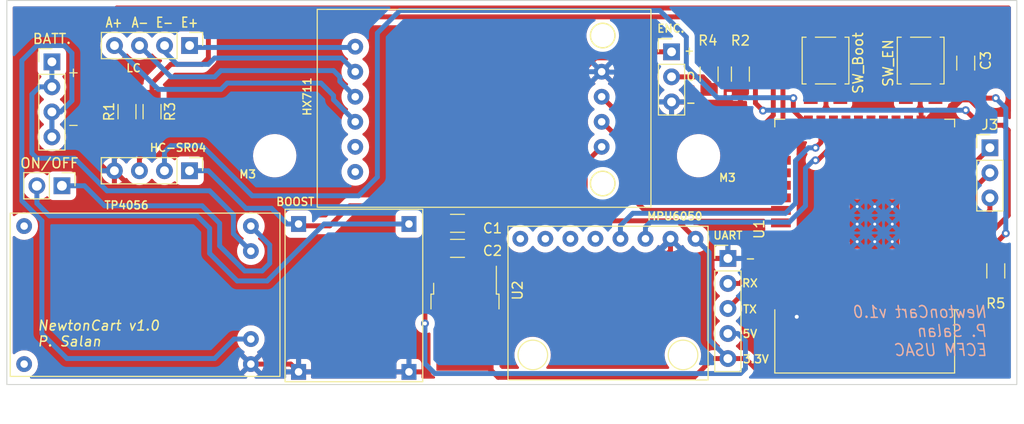
<source format=kicad_pcb>
(kicad_pcb (version 20211014) (generator pcbnew)
  (layers (0 "F.Cu" signal) (31 "B.Cu" signal) (34 "B.Paste" user) (35 "F.Paste" user) (36 "B.SilkS" user "B.Silkscreen") (37 "F.SilkS" user "F.Silkscreen") (38 "B.Mask" user) (39 "F.Mask" user) (44 "Edge.Cuts" user))
  (net 0 "")
  (net 1 "4056OUT-")
  (net 2 "US_ECHO")
  (net 3 "VEL_PULSE")
  (net 4 "Net-(J8-Pad3)")
  (net 5 "Net-(J9-Pad2)")
  (net 6 "3.3Reg")
  (net 9 "Net-(C3-Pad1)")
  (net 18 "MPU_SCL")
  (net 19 "MPU_SDA")
  (net 21 "US_TRIGGER")
  (net 22 "Net-(SW2-Pad2)")
  (net 26 "LC_SCK")
  (net 27 "LC_DT")
  (net 30 "Net-(J3-Pad3)")
  (net 31 "Net-(J4-Pad3)")
  (net 34 "Boost5V")
  (net 35 "LC_E+")
  (net 36 "LC_E-")
  (net 37 "LC_A+")
  (net 38 "LC_A-")
  (net 39 "4056OUT+")
  (net 40 "USB+")
  (net 41 "Battery(+)")
  (net 42 "Net-(J3-Pad1)")
  (net 43 "Net-(J3-Pad2)")
  (net 44 "Net-(J4-Pad2)")
  (net 45 "Battery(-)")
  (net 48 "Net-(J11-Pad2)")
  (net 49 "USB-")
  (footprint "Button_Switch_SMD:SW_SPST_TL3305B" (layer "F.Cu") (at 135.636 127.254 -90)
    (fp_text reference "SW_Boot" (at 0.254 -3.302 90) (layer "F.SilkS"))
    (fp_text value "SW_BOOT")
    (pad "1" smd rect (at -3.6 -1.5 270) (size 1.6 1.4) (layers "F.Cu" "F.Paste" "F.Mask") (net 1 "4056OUT-"))
    (pad "1" smd rect (at 3.6 -1.5 270) (size 1.6 1.4) (layers "F.Cu" "F.Paste" "F.Mask") (net 1 "4056OUT-"))
    (pad "2" smd rect (at -3.6 1.5 270) (size 1.6 1.4) (layers "F.Cu" "F.Paste" "F.Mask") (net 22 "Net-(SW2-Pad2)"))
    (pad "2" smd rect (at 3.6 1.5 270) (size 1.6 1.4) (layers "F.Cu" "F.Paste" "F.Mask") (net 22 "Net-(SW2-Pad2)"))
  )
  (footprint "Connector_PinHeader_2.54mm:PinHeader_1x04_P2.54mm_Vertical" (layer "F.Cu") (at 71.12 125.73 -90)
    (fp_text reference "LC" (at 2.286 5.6896 180) (layer "F.SilkS") (effects (font (size 0.8 0.8))))
    (fp_text value "LOADCELL")
    (pad "1" thru_hole rect (at 0 0 270) (size 1.7 1.7) (drill 0.9) (layers *.Cu *.Mask) (net 35 "LC_E+"))
    (pad "2" thru_hole oval (at 0 2.54 270) (size 1.7 1.7) (drill 0.9) (layers *.Cu *.Mask) (net 36 "LC_E-"))
    (pad "3" thru_hole oval (at 0 5.08 270) (size 1.7 1.7) (drill 0.9) (layers *.Cu *.Mask) (net 37 "LC_A+"))
    (pad "4" thru_hole oval (at 0 7.62 270) (size 1.7 1.7) (drill 0.9) (layers *.Cu *.Mask) (net 38 "LC_A-"))
  )
  (footprint "Connector_PinHeader_2.54mm:PinHeader_1x02_P2.54mm_Vertical" (layer "F.Cu") (at 58.166 139.954 -90)
    (fp_text reference "ON/OFF" (at -2.286 1.27 180) (layer "F.SilkS"))
    (fp_text value "ON/OFF-Switch")
    (pad "1" thru_hole rect (at 0 0 270) (size 1.7 1.7) (drill 1) (layers *.Cu *.Mask) (net 39 "4056OUT+"))
    (pad "2" thru_hole oval (at 0 2.54 270) (size 1.7 1.7) (drill 1) (layers *.Cu *.Mask) (net 48 "Net-(J11-Pad2)"))
  )
  (footprint "Connector_PinHeader_2.54mm:PinHeader_1x04_P2.54mm_Vertical" (layer "F.Cu") (at 71.11 138.43 -90)
    (fp_text reference "HC-SR04" (at -2.3368 1.1584 180) (layer "F.SilkS") (effects (font (size 0.8 0.8))))
    (fp_text value "HC-SR04")
    (pad "1" thru_hole rect (at 0 0 270) (size 1.7 1.7) (drill 0.9) (layers *.Cu *.Mask) (net 34 "Boost5V"))
    (pad "2" thru_hole oval (at 0 2.54 270) (size 1.7 1.7) (drill 0.9) (layers *.Cu *.Mask) (net 21 "US_TRIGGER"))
    (pad "3" thru_hole oval (at 0 5.08 270) (size 1.7 1.7) (drill 0.9) (layers *.Cu *.Mask) (net 4 "Net-(J8-Pad3)"))
    (pad "4" thru_hole oval (at 0 7.62 270) (size 1.7 1.7) (drill 0.9) (layers *.Cu *.Mask) (net 1 "4056OUT-"))
  )
  (footprint "MountingHole:MountingHole_2.5mm" (layer "F.Cu") (at 105.918 157.1244)
    (fp_text reference "REF**" hide)
    (fp_text value "MountingHole_2.5mm")
    (pad "" np_thru_hole circle (at 0 0) (size 2.5 2.5) (drill 2.5) (layers *.Cu *.Mask))
  )
  (footprint "Connector_PinHeader_2.54mm:PinHeader_1x05_P2.54mm_Vertical" (layer "F.Cu") (at 125.73 147.325)
    (fp_text reference "UART" (at 0 -2.33) (layer "F.SilkS") (effects (font (size 0.8 0.8))))
    (fp_text value "UART2TTL Bridge")
    (pad "1" thru_hole rect (at 0 0) (size 1.7 1.7) (drill 0.9) (layers *.Cu *.Mask) (net 1 "4056OUT-"))
    (pad "2" thru_hole oval (at 0 2.54) (size 1.7 1.7) (drill 0.9) (layers *.Cu *.Mask) (net 44 "Net-(J4-Pad2)"))
    (pad "3" thru_hole oval (at 0 5.08) (size 1.7 1.7) (drill 0.9) (layers *.Cu *.Mask) (net 31 "Net-(J4-Pad3)"))
    (pad "4" thru_hole oval (at 0 7.62) (size 1.7 1.7) (drill 0.9) (layers *.Cu *.Mask) (net 34 "Boost5V"))
    (pad "5" thru_hole oval (at 0 10.16) (size 1.7 1.7) (drill 0.9) (layers *.Cu *.Mask) (net 6 "3.3Reg"))
  )
  (footprint "MountingHole:MountingHole_2.1mm" (layer "F.Cu") (at 113.03 124.714)
    (fp_text reference "REF**" hide)
    (fp_text value "MountingHole_2.1mm")
    (pad "" np_thru_hole circle (at 0 0) (size 2.1 2.1) (drill 2.1) (layers *.Cu *.Mask))
  )
  (footprint "MountingHole:MountingHole_3.2mm_M3" (layer "F.Cu") (at 122.756 136.906)
    (fp_text reference "M3" (at 2.9232 2.2352) (layer "F.SilkS") (effects (font (size 0.8 0.8))))
    (fp_text value "MountingHole_3.2mm_M3" hide)
    (pad "" np_thru_hole circle (at 0 0) (size 3.2 3.2) (drill 3.2) (layers *.Cu *.Mask))
  )
  (footprint "Resistor_SMD:R_1206_3216Metric_Pad1.30x1.75mm_HandSolder" (layer "F.Cu") (at 127 128.625 90)
    (fp_text reference "R2" (at 3.403 0 180) (layer "F.SilkS"))
    (fp_text value "1k")
    (pad "1" smd roundrect (at -1.55 0 90) (size 1.3 1.75) (layers "F.Cu" "F.Paste" "F.Mask") (roundrect_rratio 0.1923076923) (net 1 "4056OUT-"))
    (pad "2" smd roundrect (at 1.55 0 90) (size 1.3 1.75) (layers "F.Cu" "F.Paste" "F.Mask") (roundrect_rratio 0.1923076923) (net 3 "VEL_PULSE"))
  )
  (footprint "Capacitor_SMD:C_1206_3216Metric_Pad1.33x1.80mm_HandSolder" (layer "F.Cu") (at 98.298 146.304 180)
    (fp_text reference "C2" (at -3.556 -0.254) (layer "F.SilkS"))
    (fp_text value "CP1_Small")
    (pad "1" smd roundrect (at -1.5625 0 180) (size 1.325 1.8) (layers "F.Cu" "F.Paste" "F.Mask") (roundrect_rratio 0.1886792453) (net 6 "3.3Reg"))
    (pad "2" smd roundrect (at 1.5625 0 180) (size 1.325 1.8) (layers "F.Cu" "F.Paste" "F.Mask") (roundrect_rratio 0.1886792453) (net 1 "4056OUT-"))
  )
  (footprint "Miscelaneos:MPU 6050 Module" (layer "F.Cu") (at 123.72 144.06 -90)
    (fp_text reference "MPU6050" (at -1.0072 3.3748 unlocked) (layer "F.SilkS") (effects (font (size 0.8 0.8))))
    (fp_text value "MPU6050")
    (pad "1" thru_hole circle (at 1.27 1.27 270) (size 1.6 1.6) (drill 0.762) (layers *.Cu *.Mask) (net 6 "3.3Reg"))
    (pad "2" thru_hole circle (at 1.27 3.81 270) (size 1.6 1.6) (drill 0.762) (layers *.Cu *.Mask) (net 1 "4056OUT-"))
    (pad "3" thru_hole circle (at 1.27 6.35 270) (size 1.6 1.6) (drill 0.762) (layers *.Cu *.Mask) (net 18 "MPU_SCL"))
    (pad "4" thru_hole circle (at 1.27 8.89 270) (size 1.6 1.6) (drill 0.762) (layers *.Cu *.Mask) (net 19 "MPU_SDA"))
    (pad "5" thru_hole circle (at 1.27 11.43 270) (size 1.6 1.6) (drill 0.762) (layers *.Cu *.Mask))
    (pad "6" thru_hole circle (at 1.27 13.97 270) (size 1.6 1.6) (drill 0.762) (layers *.Cu *.Mask))
    (pad "7" thru_hole circle (at 1.27 16.51 270) (size 1.6 1.6) (drill 0.762) (layers *.Cu *.Mask))
    (pad "8" thru_hole circle (at 1.27 19.05 270) (size 1.6 1.6) (drill 0.762) (layers *.Cu *.Mask))
  )
  (footprint "Resistor_SMD:R_1206_3216Metric_Pad1.30x1.75mm_HandSolder" (layer "F.Cu") (at 123.825 128.625 -90)
    (fp_text reference "R4" (at -3.403 0.127) (layer "F.SilkS"))
    (fp_text value "330")
    (pad "1" smd roundrect (at -1.55 0 270) (size 1.3 1.75) (layers "F.Cu" "F.Paste" "F.Mask") (roundrect_rratio 0.1923076923) (net 3 "VEL_PULSE"))
    (pad "2" smd roundrect (at 1.55 0 270) (size 1.3 1.75) (layers "F.Cu" "F.Paste" "F.Mask") (roundrect_rratio 0.1923076923) (net 5 "Net-(J9-Pad2)"))
  )
  (footprint "Button_Switch_SMD:SW_SPST_TL3305B" (layer "F.Cu") (at 145.288 127.254 90)
    (fp_text reference "SW_EN" (at -0.254 -3.302 90) (layer "F.SilkS"))
    (fp_text value "SW_Enable")
    (pad "1" smd rect (at -3.6 -1.5 90) (size 1.6 1.4) (layers "F.Cu" "F.Paste" "F.Mask") (net 1 "4056OUT-"))
    (pad "1" smd rect (at 3.6 -1.5 90) (size 1.6 1.4) (layers "F.Cu" "F.Paste" "F.Mask") (net 1 "4056OUT-"))
    (pad "2" smd rect (at 3.6 1.5 90) (size 1.6 1.4) (layers "F.Cu" "F.Paste" "F.Mask") (net 9 "Net-(C3-Pad1)"))
    (pad "2" smd rect (at -3.6 1.5 90) (size 1.6 1.4) (layers "F.Cu" "F.Paste" "F.Mask") (net 9 "Net-(C3-Pad1)"))
  )
  (footprint "Connector_PinHeader_2.54mm:PinHeader_1x04_P2.54mm_Vertical" (layer "F.Cu") (at 57.15 127.381)
    (fp_text reference "BATT." (at 0 -2.33) (layer "F.SilkS"))
    (fp_text value "Battery Pins")
    (pad "1" thru_hole rect (at 0 0) (size 1.7 1.7) (drill 0.9) (layers *.Cu *.Mask) (net 41 "Battery(+)"))
    (pad "2" thru_hole oval (at 0 2.54) (size 1.7 1.7) (drill 0.9) (layers *.Cu *.Mask) (net 41 "Battery(+)"))
    (pad "3" thru_hole oval (at 0 5.08) (size 1.7 1.7) (drill 0.9) (layers *.Cu *.Mask) (net 45 "Battery(-)"))
    (pad "4" thru_hole oval (at 0 7.62) (size 1.7 1.7) (drill 0.9) (layers *.Cu *.Mask) (net 45 "Battery(-)"))
  )
  (footprint "Capacitor_SMD:C_1206_3216Metric_Pad1.33x1.80mm_HandSolder" (layer "F.Cu") (at 98.298 143.764 180)
    (fp_text reference "C1" (at -3.556 -0.508) (layer "F.SilkS"))
    (fp_text value "CP1_Small")
    (pad "1" smd roundrect (at -1.5625 0 180) (size 1.325 1.8) (layers "F.Cu" "F.Paste" "F.Mask") (roundrect_rratio 0.1886792453) (net 34 "Boost5V"))
    (pad "2" smd roundrect (at 1.5625 0 180) (size 1.325 1.8) (layers "F.Cu" "F.Paste" "F.Mask") (roundrect_rratio 0.1886792453) (net 1 "4056OUT-"))
  )
  (footprint "MountingHole:MountingHole_2.1mm" (layer "F.Cu") (at 113.03 139.7)
    (fp_text reference "REF**" hide)
    (fp_text value "MountingHole_2.1mm")
    (pad "" np_thru_hole circle (at 0 0) (size 2.1 2.1) (drill 2.1) (layers *.Cu *.Mask))
  )
  (footprint "MountingHole:MountingHole_2.5mm" (layer "F.Cu") (at 121.158 157.1244)
    (fp_text reference "REF**" hide)
    (fp_text value "MountingHole_2.5mm")
    (pad "" np_thru_hole circle (at 0 0) (size 2.5 2.5) (drill 2.5) (layers *.Cu *.Mask))
  )
  (footprint "RF_Module:ESP32-WROOM-32" (layer "F.Cu") (at 139.610244 143.086 180)
    (fp_text reference "U1" (at 10.705244 -1.27 90) (layer "F.SilkS"))
    (fp_text value "ESP32-WROOM-32")
    (pad "1" smd rect (at -8.5 -8.255 180) (size 2 0.9) (layers "F.Cu" "F.Paste" "F.Mask") (net 1 "4056OUT-"))
    (pad "2" smd rect (at -8.5 -6.985 180) (size 2 0.9) (layers "F.Cu" "F.Paste" "F.Mask") (net 6 "3.3Reg"))
    (pad "3" smd rect (at -8.5 -5.715 180) (size 2 0.9) (layers "F.Cu" "F.Paste" "F.Mask") (net 9 "Net-(C3-Pad1)"))
    (pad "4" smd rect (at -8.5 -4.445 180) (size 2 0.9) (layers "F.Cu" "F.Paste" "F.Mask"))
    (pad "5" smd rect (at -8.5 -3.175 180) (size 2 0.9) (layers "F.Cu" "F.Paste" "F.Mask"))
    (pad "6" smd rect (at -8.5 -1.905 180) (size 2 0.9) (layers "F.Cu" "F.Paste" "F.Mask") (net 3 "VEL_PULSE"))
    (pad "7" smd rect (at -8.5 -0.635 180) (size 2 0.9) (layers "F.Cu" "F.Paste" "F.Mask") (net 30 "Net-(J3-Pad3)"))
    (pad "8" smd rect (at -8.5 0.635 180) (size 2 0.9) (layers "F.Cu" "F.Paste" "F.Mask") (net 43 "Net-(J3-Pad2)"))
    (pad "9" smd rect (at -8.5 1.905 180) (size 2 0.9) (layers "F.Cu" "F.Paste" "F.Mask") (net 42 "Net-(J3-Pad1)"))
    (pad "10" smd rect (at -8.5 3.175 180) (size 2 0.9) (layers "F.Cu" "F.Paste" "F.Mask"))
    (pad "11" smd rect (at -8.5 4.445 180) (size 2 0.9) (layers "F.Cu" "F.Paste" "F.Mask"))
    (pad "12" smd rect (at -8.5 5.715 180) (size 2 0.9) (layers "F.Cu" "F.Paste" "F.Mask"))
    (pad "13" smd rect (at -8.5 6.985 180) (size 2 0.9) (layers "F.Cu" "F.Paste" "F.Mask"))
    (pad "14" smd rect (at -8.5 8.255 180) (size 2 0.9) (layers "F.Cu" "F.Paste" "F.Mask"))
    (pad "15" smd rect (at -5.715 9.255 270) (size 2 0.9) (layers "F.Cu" "F.Paste" "F.Mask") (net 1 "4056OUT-"))
    (pad "16" smd rect (at -4.445 9.255 270) (size 2 0.9) (layers "F.Cu" "F.Paste" "F.Mask") (net 18 "MPU_SCL"))
    (pad "17" smd rect (at -3.175 9.255 270) (size 2 0.9) (layers "F.Cu" "F.Paste" "F.Mask"))
    (pad "18" smd rect (at -1.905 9.255 270) (size 2 0.9) (layers "F.Cu" "F.Paste" "F.Mask"))
    (pad "19" smd rect (at -0.635 9.255 270) (size 2 0.9) (layers "F.Cu" "F.Paste" "F.Mask"))
    (pad "20" smd rect (at 0.635 9.255 270) (size 2 0.9) (layers "F.Cu" "F.Paste" "F.Mask"))
    (pad "21" smd rect (at 1.905 9.255 270) (size 2 0.9) (layers "F.Cu" "F.Paste" "F.Mask"))
    (pad "22" smd rect (at 3.175 9.255 270) (size 2 0.9) (layers "F.Cu" "F.Paste" "F.Mask"))
    (pad "23" smd rect (at 4.445 9.255 270) (size 2 0.9) (layers "F.Cu" "F.Paste" "F.Mask") (net 19 "MPU_SDA"))
    (pad "24" smd rect (at 5.715 9.255 270) (size 2 0.9) (layers "F.Cu" "F.Paste" "F.Mask") (net 21 "US_TRIGGER"))
    (pad "25" smd rect (at 8.5 8.255 180) (size 2 0.9) (layers "F.Cu" "F.Paste" "F.Mask") (net 22 "Net-(SW2-Pad2)"))
    (pad "26" smd rect (at 8.5 6.985 180) (size 2 0.9) (layers "F.Cu" "F.Paste" "F.Mask") (net 2 "US_ECHO"))
    (pad "27" smd rect (at 8.5 5.715 180) (size 2 0.9) (layers "F.Cu" "F.Paste" "F.Mask"))
    (pad "28" smd rect (at 8.5 4.445 180) (size 2 0.9) (layers "F.Cu" "F.Paste" "F.Mask"))
    (pad "29" smd rect (at 8.5 3.175 180) (size 2 0.9) (layers "F.Cu" "F.Paste" "F.Mask"))
    (pad "30" smd rect (at 8.5 1.905 180) (size 2 0.9) (layers "F.Cu" "F.Paste" "F.Mask") (net 27 "LC_DT"))
    (pad "31" smd rect (at 8.5 0.635 180) (size 2 0.9) (layers "F.Cu" "F.Paste" "F.Mask") (net 26 "LC_SCK"))
    (pad "32" smd rect (at 8.5 -0.635 180) (size 2 0.9) (layers "F.Cu" "F.Paste" "F.Mask"))
    (pad "33" smd rect (at 8.5 -1.905 180) (size 2 0.9) (layers "F.Cu" "F.Paste" "F.Mask"))
    (pad "34" smd rect (at 8.5 -3.175 180) (size 2 0.9) (layers "F.Cu" "F.Paste" "F.Mask") (net 44 "Net-(J4-Pad2)"))
    (pad "35" smd rect (at 8.5 -4.445 180) (size 2 0.9) (layers "F.Cu" "F.Paste" "F.Mask") (net 31 "Net-(J4-Pad3)"))
    (pad "36" smd rect (at 8.5 -5.715 180) (size 2 0.9) (layers "F.Cu" "F.Paste" "F.Mask"))
    (pad "37" smd rect (at 8.5 -6.985 180) (size 2 0.9) (layers "F.Cu" "F.Paste" "F.Mask"))
    (pad "38" smd rect (at 8.5 -8.255 180) (size 2 0.9) (layers "F.Cu" "F.Paste" "F.Mask") (net 1 "4056OUT-"))
    (pad "39" smd rect (at -1 -0.755 180) (size 5 5) (layers "F.Cu" "F.Paste" "F.Mask") (net 1 "4056OUT-"))
    (pad "x" thru_hole circle (at -2.794 -2.54 180) (size 0.5 0.5) (drill 0.3) (layers *.Cu) (net 1 "4056OUT-"))
    (pad "x" thru_hole circle (at -1.016 -0.762 180) (size 0.5 0.5) (drill 0.3) (layers *.Cu) (net 1 "4056OUT-"))
    (pad "x" thru_hole circle (at 0.762 1.016 180) (size 0.5 0.5) (drill 0.3) (layers *.Cu) (net 1 "4056OUT-"))
    (pad "x" thru_hole circle (at -1.016 -2.54 180) (size 0.5 0.5) (drill 0.3) (layers *.Cu) (net 1 "4056OUT-"))
    (pad "x" thru_hole circle (at -2.794 -0.762 180) (size 0.5 0.5) (drill 0.3) (layers *.Cu) (net 1 "4056OUT-"))
    (pad "x" thru_hole circle (at -2.794 1.016 180) (size 0.5 0.5) (drill 0.3) (layers *.Cu) (net 1 "4056OUT-"))
    (pad "x" thru_hole circle (at 0.762 -0.762 180) (size 0.5 0.5) (drill 0.3) (layers *.Cu) (net 1 "4056OUT-"))
    (pad "x" thru_hole circle (at -1.016 1.016 180) (size 0.5 0.5) (drill 0.3) (layers *.Cu) (net 1 "4056OUT-"))
    (pad "x" thru_hole circle (at 0.762 -2.54 180) (size 0.5 0.5) (drill 0.3) (layers *.Cu) (net 1 "4056OUT-"))
  )
  (footprint "Miscelaneos:HX711 Loadcell ADC" (layer "F.Cu") (at 82.925 121.425)
    (fp_text reference "HX711" (at 0.133 9.4866 90 unlocked) (layer "F.SilkS") (effects (font (size 0.8 0.8))))
    (fp_text value "HX711")
    (pad "1" thru_hole circle (at 5 4.42) (size 1.6 1.6) (drill oval 0.762) (layers *.Cu *.Mask) (net 35 "LC_E+"))
    (pad "2" thru_hole circle (at 5 6.96) (size 1.6 1.6) (drill 0.762) (layers *.Cu *.Mask) (net 36 "LC_E-"))
    (pad "3" thru_hole circle (at 5 9.5) (size 1.6 1.6) (drill 0.762) (layers *.Cu *.Mask) (net 37 "LC_A+"))
    (pad "4" thru_hole circle (at 5 12.04) (size 1.6 1.6) (drill 0.762) (layers *.Cu *.Mask) (net 38 "LC_A-"))
    (pad "5" thru_hole circle (at 30 14.58) (size 1.6 1.6) (drill 0.762) (layers *.Cu *.Mask) (net 6 "3.3Reg"))
    (pad "6" thru_hole circle (at 30 6.96) (size 1.6 1.6) (drill 0.762) (layers *.Cu *.Mask) (net 1 "4056OUT-"))
    (pad "7" thru_hole circle (at 30 12.04) (size 1.6 1.6) (drill 0.762) (layers *.Cu *.Mask) (net 26 "LC_SCK"))
    (pad "8" thru_hole circle (at 30 9.5) (size 1.6 1.6) (drill 0.762) (layers *.Cu *.Mask) (net 27 "LC_DT"))
    (pad "x" thru_hole circle (at 5 14.58) (size 1.6 1.6) (drill 0.762) (layers *.Cu *.Mask))
    (pad "x" thru_hole circle (at 5 17.12) (size 1.6 1.6) (drill 0.762) (layers *.Cu *.Mask))
  )
  (footprint "Miscelaneos:5-12V BoostConverter" (layer "F.Cu") (at 94.774 142.335 -90)
    (fp_text reference "BOOST" (at -0.7554 12.9352 unlocked) (layer "F.SilkS") (effects (font (size 0.8 0.8))))
    (fp_text value "BoostConverter")
    (pad "1" thru_hole rect (at 1.4986 1.3984 270) (size 1.6 1.524) (drill 0.762) (layers *.Cu *.Mask) (net 48 "Net-(J11-Pad2)"))
    (pad "2" thru_hole rect (at 16.4986 1.3984 270) (size 1.6 1.524) (drill 0.762) (layers *.Cu *.Mask) (net 1 "4056OUT-"))
    (pad "3" thru_hole rect (at 1.4986 12.5984 270) (size 1.6 1.524) (drill 0.762) (layers *.Cu *.Mask) (net 34 "Boost5V"))
    (pad "4" thru_hole rect (at 16.4986 12.5984 270) (size 1.6 1.524) (drill 0.762) (layers *.Cu *.Mask) (net 1 "4056OUT-"))
  )
  (footprint "Miscelaneos:18650 TP4056 Module" (layer "F.Cu") (at 52.135 137.725)
    (fp_text reference "TP4056" (at 12.5842 4.2102 unlocked) (layer "F.SilkS") (effects (font (size 0.8 0.8))))
    (fp_text value "TP4056 Module")
    (pad "1" thru_hole circle (at 25.2 8.86) (size 1.6 1.6) (drill 0.762) (layers *.Cu *.Mask) (net 41 "Battery(+)"))
    (pad "2" thru_hole circle (at 25.2 17.78) (size 1.6 1.6) (drill 0.762) (layers *.Cu *.Mask) (net 45 "Battery(-)"))
    (pad "3" thru_hole circle (at 25.2 6.32) (size 1.6 1.6) (drill 0.762) (layers *.Cu *.Mask) (net 39 "4056OUT+"))
    (pad "4" thru_hole circle (at 2.2 6.32) (size 1.6 1.6) (drill 0.762) (layers *.Cu *.Mask) (net 40 "USB+"))
    (pad "5" thru_hole circle (at 25.2 20.32) (size 1.6 1.6) (drill 0.762) (layers *.Cu *.Mask) (net 1 "4056OUT-"))
    (pad "6" thru_hole circle (at 2.2 20.32) (size 1.6 1.6) (drill 0.762) (layers *.Cu *.Mask) (net 49 "USB-"))
  )
  (footprint "Package_TO_SOT_SMD:TO-252-3_TabPin2" (layer "F.Cu") (at 99.059 153.416 -90)
    (fp_text reference "U2" (at -2.8448 -5.335 -90) (layer "F.SilkS"))
    (fp_text value "LM1117-3.3")
    (pad "1" smd rect (at -4.2 -2.28 270) (size 2.2 1.2) (layers "F.Cu" "F.Paste" "F.Mask") (net 1 "4056OUT-"))
    (pad "2" smd rect (at 2.1 0 270) (size 6.4 5.8) (layers "F.Cu" "F.Mask") (net 6 "3.3Reg"))
    (pad "2" smd rect (at -4.2 0 270) (size 2.2 1.2) (layers "F.Cu" "F.Paste" "F.Mask") (net 6 "3.3Reg"))
    (pad "3" smd rect (at -4.2 2.28 270) (size 2.2 1.2) (layers "F.Cu" "F.Paste" "F.Mask") (net 34 "Boost5V"))
  )
  (footprint "Resistor_SMD:R_1206_3216Metric_Pad1.30x1.75mm_HandSolder" (layer "F.Cu") (at 152.908 148.59 90)
    (fp_text reference "R5" (at -3.302 0 180) (layer "F.SilkS"))
    (fp_text value "R")
    (pad "1" smd roundrect (at -1.55 0 90) (size 1.3 1.75) (layers "F.Cu" "F.Paste" "F.Mask") (roundrect_rratio 0.1923076923) (net 6 "3.3Reg"))
    (pad "2" smd roundrect (at 1.55 0 90) (size 1.3 1.75) (layers "F.Cu" "F.Paste" "F.Mask") (roundrect_rratio 0.1923076923) (net 9 "Net-(C3-Pad1)"))
  )
  (footprint "Connector_PinHeader_2.54mm:PinHeader_1x03_P2.54mm_Vertical" (layer "F.Cu") (at 152.310244 136.101)
    (fp_text reference "J3" (at 0 -2.33) (layer "F.SilkS"))
    (fp_text value "Reserve IO's")
    (pad "1" thru_hole rect (at 0 0) (size 1.7 1.7) (drill 0.9) (layers *.Cu *.Mask) (net 42 "Net-(J3-Pad1)"))
    (pad "2" thru_hole oval (at 0 2.54) (size 1.7 1.7) (drill 0.9) (layers *.Cu *.Mask) (net 43 "Net-(J3-Pad2)"))
    (pad "3" thru_hole oval (at 0 5.08) (size 1.7 1.7) (drill 0.9) (layers *.Cu *.Mask) (net 30 "Net-(J3-Pad3)"))
  )
  (footprint "Resistor_SMD:R_1206_3216Metric_Pad1.30x1.75mm_HandSolder" (layer "F.Cu") (at 64.77 132.435 90)
    (fp_text reference "R1" (at 0 -1.82 90) (layer "F.SilkS"))
    (fp_text value "1k")
    (pad "1" smd roundrect (at -1.55 0 90) (size 1.3 1.75) (layers "F.Cu" "F.Paste" "F.Mask") (roundrect_rratio 0.1923076923) (net 1 "4056OUT-"))
    (pad "2" smd roundrect (at 1.55 0 90) (size 1.3 1.75) (layers "F.Cu" "F.Paste" "F.Mask") (roundrect_rratio 0.1923076923) (net 2 "US_ECHO"))
  )
  (footprint "MountingHole:MountingHole_3.2mm_M3" (layer "F.Cu") (at 79.756 136.906)
    (fp_text reference "M3" (at -2.7432 1.8796) (layer "F.SilkS") (effects (font (size 0.8 0.8))))
    (fp_text value "MountingHole_3.2mm_M3" hide)
    (pad "" np_thru_hole circle (at 0 0) (size 3.2 3.2) (drill 3.2) (layers *.Cu *.Mask))
  )
  (footprint "Connector_PinHeader_2.54mm:PinHeader_1x03_P2.54mm_Vertical" (layer "F.Cu") (at 120.015 126.365)
    (fp_text reference "ENC." (at -0.0762 -2.3622) (layer "F.SilkS") (effects (font (size 0.8 0.8))))
    (fp_text value "FOTOELECTRIC_ENCODER")
    (pad "1" thru_hole rect (at 0 0) (size 1.7 1.7) (drill 0.9) (layers *.Cu *.Mask) (net 34 "Boost5V"))
    (pad "2" thru_hole oval (at 0 2.54) (size 1.7 1.7) (drill 0.9) (layers *.Cu *.Mask) (net 5 "Net-(J9-Pad2)"))
    (pad "3" thru_hole oval (at 0 5.08) (size 1.7 1.7) (drill 0.9) (layers *.Cu *.Mask) (net 1 "4056OUT-"))
  )
  (footprint "Capacitor_SMD:C_1206_3216Metric_Pad1.33x1.80mm_HandSolder" (layer "F.Cu") (at 149.86 127.508 90)
    (fp_text reference "C3" (at 0.254 2.032 90) (layer "F.SilkS"))
    (fp_text value "10uF")
    (pad "1" smd roundrect (at -1.5625 0 90) (size 1.325 1.8) (layers "F.Cu" "F.Paste" "F.Mask") (roundrect_rratio 0.1886792453) (net 9 "Net-(C3-Pad1)"))
    (pad "2" smd roundrect (at 1.5625 0 90) (size 1.325 1.8) (layers "F.Cu" "F.Paste" "F.Mask") (roundrect_rratio 0.1886792453) (net 1 "4056OUT-"))
  )
  (footprint "Resistor_SMD:R_1206_3216Metric_Pad1.30x1.75mm_HandSolder" (layer "F.Cu") (at 67.31 132.435 -90)
    (fp_text reference "R3" (at 0 -1.82 -90) (layer "F.SilkS"))
    (fp_text value "330")
    (pad "1" smd roundrect (at -1.55 0 270) (size 1.3 1.75) (layers "F.Cu" "F.Paste" "F.Mask") (roundrect_rratio 0.1923076923) (net 2 "US_ECHO"))
    (pad "2" smd roundrect (at 1.55 0 270) (size 1.3 1.75) (layers "F.Cu" "F.Paste" "F.Mask") (roundrect_rratio 0.1923076923) (net 4 "Net-(J8-Pad3)"))
  )
  (gr_circle (center 113.03 139.724623) (end 114.2492 139.978623) (layer "F.SilkS") (width 0.15) (fill none))
  (gr_circle (center 113.03 124.714) (end 114.2492 124.968) (layer "F.SilkS") (width 0.15) (fill none))
  (gr_rect (start 52.578 121.158) (end 155.0416 160.1216) (layer "Edge.Cuts") (width 0.1) (fill none))
  (gr_text "NewtonCart v1.0\nP. Salan\nECFM USAC" (at 152.146 154.686) (layer "B.SilkS") (effects (font (size 1.2 1.1) (thickness 0.15) italic) (justify left mirror)))
  (gr_text "-" (at 59.3344 133.7564) (layer "F.SilkS") (effects (font (size 1 1) (thickness 0.12))))
  (gr_text "RX\n\n\n" (at 127.9652 151.13) (layer "F.SilkS") (effects (font (size 0.8 0.8))))
  (gr_text "+" (at 59.3344 128.4224) (layer "F.SilkS") (effects (font (size 1 1) (thickness 0.12))))
  (gr_text "TX\n\n\n" (at 127.9652 153.7716) (layer "F.SilkS") (effects (font (size 0.8 0.8))))
  (gr_text "O\n\n" (at 121.9708 129.54) (layer "F.SilkS") (effects (font (size 0.8 0.8))))
  (gr_text "E+\n" (at 71.12 123.3932) (layer "F.SilkS") (effects (font (size 1 0.8))))
  (gr_text "NewtonCart v1.0\nP. Salan" (at 55.626 154.94) (layer "F.SilkS") (effects (font (size 1 1) (thickness 0.15) italic) (justify left)))
  (gr_text "A-\n\n" (at 66.0908 124.206) (layer "F.SilkS") (effects (font (size 1 0.8))))
  (gr_text "+\n" (at 121.8184 126.238) (layer "F.SilkS") (effects (font (size 0.8 0.8))))
  (gr_text "3.3V\n\n" (at 128.5748 158.1912) (layer "F.SilkS") (effects (font (size 0.8 0.8))))
  (gr_text "-" (at 128.016 147.32) (layer "F.SilkS") (effects (font (size 0.8 0.8))))
  (gr_text "-\n" (at 121.9708 131.5212) (layer "F.SilkS") (effects (font (size 0.8 0.8))))
  (gr_text "A+\n" (at 63.4492 123.3932) (layer "F.SilkS") (effects (font (size 1 0.8))))
  (gr_text "E-\n\n" (at 68.58 124.206) (layer "F.SilkS") (effects (font (size 1 0.8))))
  (gr_text "5V\n\n\n" (at 127.9652 156.2608) (layer "F.SilkS") (effects (font (size 0.8 0.8))))
  (segment (start 148.110244 151.341) (end 146.05 151.341) (width 0.5) (layer "F.Cu") (net 1))
  (segment (start 77.335 158.045) (end 81.387 158.045) (width 0.5) (layer "F.Cu") (net 1))
  (segment (start 145.325244 133.831) (end 145.325244 136.190756) (width 0.5) (layer "F.Cu") (net 1))
  (segment (start 135.89 147.531) (end 139.58 143.841) (width 0.5) (layer "F.Cu") (net 1))
  (segment (start 61.214 124.46) (end 61.214 136.906) (width 0.5) (layer "F.Cu") (net 1))
  (segment (start 144.145 144.991) (end 142.995 143.841) (width 0.5) (layer "F.Cu") (net 1))
  (segment (start 120.015 131.445) (end 119.98548 131.47452) (width 0.5) (layer "F.Cu") (net 1))
  (segment (start 146.852733 132.303511) (end 145.325244 133.831) (width 0.5) (layer "F.Cu") (net 1))
  (segment (start 79.502 155.878) (end 79.502 143.002) (width 0.5) (layer "F.Cu") (net 1))
  (segment (start 101.086 149.807) (end 101.086 149.612) (width 0.5) (layer "F.Cu") (net 1))
  (segment (start 133.985 151.341) (end 132.715 152.611) (width 0.5) (layer "F.Cu") (net 1))
  (segment (start 101.854 147.574) (end 118.872 147.574) (width 0.5) (layer "F.Cu") (net 1))
  (segment (start 77.335 158.045) (end 79.502 155.878) (width 0.5) (layer "F.Cu") (net 1))
  (segment (start 144.145 149.436) (end 144.145 144.991) (width 0.5) (layer "F.Cu") (net 1))
  (segment (start 101.086 148.342) (end 101.854 147.574) (width 0.5) (layer "F.Cu") (net 1))
  (segment (start 63.49 137.17) (end 64.77 135.89) (width 0.5) (layer "F.Cu") (net 1))
  (segment (start 146.05 151.341) (end 144.145 149.436) (width 0.5) (layer "F.Cu") (net 1))
  (segment (start 148.363255 132.303511) (end 146.852733 132.303511) (width 0.5) (layer "F.Cu") (net 1))
  (segment (start 154.178 121.92) (end 63.754 121.92) (width 0.5) (layer "F.Cu") (net 1))
  (segment (start 150.294723 131.241489) (end 151.387234 132.334) (width 0.5) (layer "F.Cu") (net 1))
  (segment (start 76.962 140.462) (end 65.522 140.462) (width 0.5) (layer "F.Cu") (net 1))
  (segment (start 63.49 138.43) (end 63.49 137.17) (width 0.5) (layer "F.Cu") (net 1))
  (segment (start 61.214 136.906) (end 62.738 138.43) (width 0.5) (layer "F.Cu") (net 1))
  (segment (start 119.91 146.536) (end 119.91 145.33) (width 0.5) (layer "F.Cu") (net 1))
  (segment (start 149.425277 131.241489) (end 148.363255 132.303511) (width 0.5) (layer "F.Cu") (net 1))
  (segment (start 62.738 138.43) (end 63.49 138.43) (width 0.5) (layer "F.Cu") (net 1))
  (segment (start 96.7355 146.304) (end 96.7355 143.764) (width 0.5) (layer "F.Cu") (net 1))
  (segment (start 82.1756 158.8336) (end 93.3756 158.8336) (width 0.5) (layer "F.Cu") (net 1))
  (segment (start 101.339 149.216) (end 101.339 149.359) (width 0.5) (layer "F.Cu") (net 1))
  (segment (start 93.3756 157.226) (end 93.3756 158.8336) (width 0.5) (layer "F.Cu") (net 1))
  (segment (start 133.985 151.341) (end 135.89 149.436) (width 0.5) (layer "F.Cu") (net 1))
  (segment (start 149.425277 131.241489) (end 150.294723 131.241489) (width 0.5) (layer "F.Cu") (net 1))
  (segment (start 96.7355 146.304) (end 93.726 149.3135) (width 0.5) (layer "F.Cu") (net 1))
  (segment (start 118.872 147.574) (end 119.91 146.536) (width 0.5) (layer "F.Cu") (net 1))
  (segment (start 93.726 156.8756) (end 93.3756 157.226) (width 0.5) (layer "F.Cu") (net 1))
  (segment (start 63.754 121.92) (end 61.214 124.46) (width 0.5) (layer "F.Cu") (net 1))
  (segment (start 131.110244 151.341) (end 133.985 151.341) (width 0.5) (layer "F.Cu") (net 1))
  (segment (start 64.77 135.89) (end 64.77 133.985) (width 0.5) (layer "F.Cu") (net 1))
  (segment (start 121.905 147.325) (end 119.91 145.33) (width 0.5) (layer "F.Cu") (net 1))
  (segment (start 65.522 140.462) (end 63.49 138.43) (width 0.5) (layer "F.Cu") (net 1))
  (segment (start 81.387 158.045) (end 82.1756 158.8336) (width 0.5) (layer "F.Cu") (net 1))
  (segment (start 145.325244 136.190756) (end 140.610244 140.905756) (width 0.5) (layer "F.Cu") (net 1))
  (segment (start 119.98548 131.47452) (end 125.70048 131.47452) (width 0.5) (layer "F.Cu") (net 1))
  (segment (start 142.995 143.841) (end 140.610244 143.841) (width 0.5) (layer "F.Cu") (net 1))
  (segment (start 101.086 149.612) (end 101.086 148.342) (width 0.5) (layer "F.Cu") (net 1))
  (segment (start 140.610244 140.905756) (end 140.610244 143.841) (width 0.5) (layer "F.Cu") (net 1))
  (segment (start 79.502 143.002) (end 76.962 140.462) (width 0.5) (layer "F.Cu") (net 1))
  (segment (start 135.89 149.436) (end 135.89 147.531) (width 0.5) (layer "F.Cu") (net 1))
  (segment (start 125.73 147.325) (end 121.905 147.325) (width 0.5) (layer "F.Cu") (net 1))
  (segment (start 154.178 132.334) (end 154.178 121.92) (width 0.5) (layer "F.Cu") (net 1))
  (segment (start 132.715 152.611) (end 132.715 153.246) (width 0.5) (layer "F.Cu") (net 1))
  (segment (start 93.726 149.3135) (end 93.726 156.8756) (width 0.5) (layer "F.Cu") (net 1))
  (segment (start 139.58 143.841) (end 140.610244 143.841) (width 0.5) (layer "F.Cu") (net 1))
  (segment (start 125.70048 131.47452) (end 127 130.175) (width 0.5) (layer "F.Cu") (net 1))
  (segment (start 151.387234 132.334) (end 154.178 132.334) (width 0.5) (layer "F.Cu") (net 1))
  (segment (start 101.339 149.359) (end 101.086 149.612) (width 0.5) (layer "F.Cu") (net 1))
  (via (at 132.715 153.246) (size 0.8) (drill 0.4) (layers "F.Cu" "B.Cu") (net 1))
  (segment (start 120.015 131.445) (end 117.475 131.445) (width 0.5) (layer "B.Cu") (net 1))
  (segment (start 117.475 131.445) (end 114.455 128.425) (width 0.5) (layer "B.Cu") (net 1))
  (segment (start 128.27 147.955) (end 128.27 151.638) (width 0.5) (layer "B.Cu") (net 1))
  (segment (start 102.87 147.32) (end 118.11 147.32) (width 0.5) (layer "B.Cu") (net 1))
  (segment (start 128.27 151.638) (end 129.878 153.246) (width 0.5) (layer "B.Cu") (net 1))
  (segment (start 114.455 128.425) (end 112.965 128.425) (width 0.5) (layer "B.Cu") (net 1))
  (segment (start 112.965 128.425) (end 112.925 128.385) (width 0.5) (layer "B.Cu") (net 1))
  (segment (start 102.235 146.685) (end 102.87 147.32) (width 0.5) (layer "B.Cu") (net 1))
  (segment (start 125.73 147.325) (end 127.63 147.325) (width 0.5) (layer "B.Cu") (net 1))
  (segment (start 109.982 141.478) (end 107.95 143.51) (width 0.5) (layer "B.Cu") (net 1))
  (segment (start 118.11 147.32) (end 119.91 145.52) (width 0.5) (layer "B.Cu") (net 1))
  (segment (start 109.982 129.54) (end 109.982 141.478) (width 0.5) (layer "B.Cu") (net 1))
  (segment (start 112.925 128.385) (end 111.137 128.385) (width 0.5) (layer "B.Cu") (net 1))
  (segment (start 129.878 153.246) (end 132.715 153.246) (width 0.5) (layer "B.Cu") (net 1))
  (segment (start 119.91 145.52) (end 119.91 145.33) (width 0.5) (layer "B.Cu") (net 1))
  (segment (start 127.635 147.32) (end 128.27 147.955) (width 0.5) (layer "B.Cu") (net 1))
  (segment (start 107.95 143.51) (end 103.505 143.51) (width 0.5) (layer "B.Cu") (net 1))
  (segment (start 103.505 143.51) (end 102.235 144.78) (width 0.5) (layer "B.Cu") (net 1))
  (segment (start 127.63 147.325) (end 127.635 147.32) (width 0.5) (layer "B.Cu") (net 1))
  (segment (start 111.137 128.385) (end 109.982 129.54) (width 0.5) (layer "B.Cu") (net 1))
  (segment (start 102.235 144.78) (end 102.235 146.685) (width 0.5) (layer "B.Cu") (net 1))
  (segment (start 129.286 135.636) (end 129.751 136.101) (width 0.5) (layer "F.Cu") (net 2))
  (segment (start 130.335511 123.731511) (end 130.335511 132.808489) (width 0.5) (layer "F.Cu") (net 2))
  (segment (start 73.025 124.46) (end 74.66548 122.81952) (width 0.5) (layer "F.Cu") (net 2))
  (segment (start 74.66548 122.81952) (end 129.42352 122.81952) (width 0.5) (layer "F.Cu") (net 2))
  (segment (start 67.31 129.54) (end 69.215 127.635) (width 0.5) (layer "F.Cu") (net 2))
  (segment (start 129.42352 122.81952) (end 130.335511 123.731511) (width 0.5) (layer "F.Cu") (net 2))
  (segment (start 130.335511 132.808489) (end 129.286 133.858) (width 0.5) (layer "F.Cu") (net 2))
  (segment (start 69.215 127.635) (end 72.39 127.635) (width 0.5) (layer "F.Cu") (net 2))
  (segment (start 72.39 127.635) (end 73.025 127) (width 0.5) (layer "F.Cu") (net 2))
  (segment (start 64.77 130.885) (end 67.31 130.885) (width 0.5) (layer "F.Cu") (net 2))
  (segment (start 67.31 130.885) (end 67.31 129.54) (width 0.5) (layer "F.Cu") (net 2))
  (segment (start 129.751 136.101) (end 131.110244 136.101) (width 0.5) (layer "F.Cu") (net 2))
  (segment (start 129.286 133.858) (end 129.286 135.636) (width 0.5) (layer "F.Cu") (net 2))
  (segment (start 73.025 127) (end 73.025 124.46) (width 0.5) (layer "F.Cu") (net 2))
  (segment (start 128.52452 131.57148) (end 128.524 131.572) (width 0.5) (layer "F.Cu") (net 3))
  (segment (start 128.016 128.778) (end 128.52452 129.28652) (width 0.5) (layer "F.Cu") (net 3))
  (segment (start 154.178 134.323) (end 154.178 142.959) (width 0.5) (layer "F.Cu") (net 3))
  (segment (start 153.67 133.815) (end 154.178 134.323) (width 0.5) (layer "F.Cu") (net 3))
  (segment (start 154.178 142.959) (end 152.146 144.991) (width 0.5) (layer "F.Cu") (net 3))
  (segment (start 125.528 128.778) (end 128.016 128.778) (width 0.5) (layer "F.Cu") (net 3))
  (segment (start 152.146 144.991) (end 148.110244 144.991) (width 0.5) (layer "F.Cu") (net 3))
  (segment (start 149.86 132.291) (end 151.384 133.815) (width 0.5) (layer "F.Cu") (net 3))
  (segment (start 128.524 131.572) (end 129.286 132.334) (width 0.5) (layer "F.Cu") (net 3))
  (segment (start 128.52452 129.28652) (end 128.52452 131.57148) (width 0.5) (layer "F.Cu") (net 3))
  (segment (start 123.825 127.075) (end 125.528 128.778) (width 0.5) (layer "F.Cu") (net 3))
  (segment (start 151.384 133.815) (end 153.67 133.815) (width 0.5) (layer "F.Cu") (net 3))
  (segment (start 123.825 127.075) (end 127 127.075) (width 0.5) (layer "F.Cu") (net 3))
  (via (at 129.286 132.334) (size 0.8) (drill 0.4) (layers "F.Cu" "B.Cu") (net 3))
  (via (at 149.86 132.291) (size 0.8) (drill 0.4) (layers "F.Cu" "B.Cu") (net 3))
  (segment (start 129.329 132.291) (end 129.286 132.334) (width 0.5) (layer "B.Cu") (net 3))
  (segment (start 149.86 132.291) (end 129.329 132.291) (width 0.5) (layer "B.Cu") (net 3))
  (segment (start 66.03 138.43) (end 66.03 137.17) (width 0.5) (layer "F.Cu") (net 4))
  (segment (start 67.31 135.89) (end 67.31 133.985) (width 0.5) (layer "F.Cu") (net 4))
  (segment (start 66.03 137.17) (end 67.31 135.89) (width 0.5) (layer "F.Cu") (net 4))
  (segment (start 123.825 129.54) (end 123.19 128.905) (width 0.5) (layer "F.Cu") (net 5))
  (segment (start 123.19 128.905) (end 120.015 128.905) (width 0.5) (layer "F.Cu") (net 5))
  (segment (start 123.825 130.175) (end 123.825 129.54) (width 0.5) (layer "F.Cu") (net 5))
  (segment (start 151.13 157.988) (end 150.114 159.004) (width 0.5) (layer "F.Cu") (net 6))
  (segment (start 125.73 157.485) (end 124.201 157.485) (width 0.5) (layer "F.Cu") (net 6))
  (segment (start 111.252 141.478) (end 113.284 143.51) (width 0.5) (layer "F.Cu") (net 6))
  (segment (start 99.8605 146.304) (end 99.059 147.1055) (width 0.5) (layer "F.Cu") (net 6))
  (segment (start 113.284 143.51) (end 120.65 143.51) (width 0.5) (layer "F.Cu") (net 6))
  (segment (start 120.65 143.53) (end 122.45 145.33) (width 0.5) (layer "F.Cu") (net 6))
  (segment (start 151.13 150.833) (end 151.13 157.988) (width 0.5) (layer "F.Cu") (net 6))
  (segment (start 150.114 159.004) (end 129.032 159.004) (width 0.5) (layer "F.Cu") (net 6))
  (segment (start 150.368 150.071) (end 151.13 150.833) (width 0.5) (layer "F.Cu") (net 6))
  (segment (start 148.110244 150.071) (end 150.368 150.071) (width 0.5) (layer "F.Cu") (net 6))
  (segment (start 99.059 147.1055) (end 99.059 149.216) (width 0.5) (layer "F.Cu") (net 6))
  (segment (start 124.201 157.485) (end 122.301 159.385) (width 0.5) (layer "F.Cu") (net 6))
  (segment (start 127.513 157.485) (end 125.73 157.485) (width 0.5) (layer "F.Cu") (net 6))
  (segment (start 111.252 137.678) (end 111.252 141.478) (width 0.5) (layer "F.Cu") (net 6))
  (segment (start 112.925 136.005) (end 111.252 137.678) (width 0.5) (layer "F.Cu") (net 6))
  (segment (start 152.839 150.071) (end 152.908 150.14) (width 0.5) (layer "F.Cu") (net 6))
  (segment (start 120.65 143.51) (end 120.65 143.53) (width 0.5) (layer "F.Cu") (net 6))
  (segment (start 150.368 150.071) (end 152.839 150.071) (width 0.5) (layer "F.Cu") (net 6))
  (segment (start 99.059 149.216) (end 99.059 155.516) (width 0.5) (layer "F.Cu") (net 6))
  (segment (start 122.301 159.385) (end 102.421 159.385) (width 0.5) (layer "F.Cu") (net 6))
  (segment (start 129.032 159.004) (end 127.513 157.485) (width 0.5) (layer "F.Cu") (net 6))
  (segment (start 102.421 159.385) (end 98.806 155.77) (width 0.5) (layer "F.Cu") (net 6))
  (segment (start 123.825 155.58) (end 125.73 157.485) (width 0.5) (layer "B.Cu") (net 6))
  (segment (start 123.825 146.705) (end 123.825 155.58) (width 0.5) (layer "B.Cu") (net 6))
  (segment (start 122.45 145.33) (end 123.825 146.705) (width 0.5) (layer "B.Cu") (net 6))
  (segment (start 152.908 131.064) (end 151.892 131.064) (width 0.5) (layer "F.Cu") (net 9))
  (segment (start 152.908 145.796) (end 152.908 147.04) (width 0.5) (layer "F.Cu") (net 9))
  (segment (start 152.908 148.336) (end 152.908 147.04) (width 0.5) (layer "F.Cu") (net 9))
  (segment (start 148.110244 148.801) (end 152.443 148.801) (width 0.5) (layer "F.Cu") (net 9))
  (segment (start 149.8985 129.0705) (end 149.5675 129.0705) (width 0.5) (layer "F.Cu") (net 9))
  (segment (start 149.5675 129.0705) (end 147.784 130.854) (width 0.5) (layer "F.Cu") (net 9))
  (segment (start 152.443 148.801) (end 152.908 148.336) (width 0.5) (layer "F.Cu") (net 9))
  (segment (start 153.924 144.78) (end 152.908 145.796) (width 0.5) (layer "F.Cu") (net 9))
  (segment (start 151.892 131.064) (end 149.8985 129.0705) (width 0.5) (layer "F.Cu") (net 9))
  (segment (start 147.784 130.854) (end 147.042 130.854) (width 0.5) (layer "F.Cu") (net 9))
  (segment (start 146.788 123.654) (end 146.788 130.854) (width 0.5) (layer "F.Cu") (net 9))
  (via (at 153.924 144.78) (size 0.8) (drill 0.4) (layers "F.Cu" "B.Cu") (net 9))
  (via (at 152.908 131.064) (size 0.8) (drill 0.4) (layers "F.Cu" "B.Cu") (net 9))
  (segment (start 153.924 132.08) (end 153.924 144.78) (width 0.5) (layer "B.Cu") (net 9))
  (segment (start 152.908 131.064) (end 153.924 132.08) (width 0.5) (layer "B.Cu") (net 9))
  (segment (start 144.055244 133.831) (end 144.055244 135.310022) (width 0.5) (layer "F.Cu") (net 18))
  (segment (start 136.104234 136.101) (end 134.834234 137.371) (width 0.5) (layer "F.Cu") (net 18))
  (segment (start 134.834234 137.371) (end 134.62 137.371) (width 0.5) (layer "F.Cu") (net 18))
  (segment (start 144.055244 135.310022) (end 143.264266 136.101) (width 0.5) (layer "F.Cu") (net 18))
  (segment (start 143.264266 136.101) (end 136.104234 136.101) (width 0.5) (layer "F.Cu") (net 18))
  (via (at 134.62 137.371) (size 0.8) (drill 0.4) (layers "F.Cu" "B.Cu") (net 18))
  (segment (start 117.37 144.13352) (end 117.856 143.64752) (width 0.5) (layer "B.Cu") (net 18))
  (segment (start 117.856 143.64752) (end 131.944593 143.64752) (width 0.5) (layer "B.Cu") (net 18))
  (segment (start 133.604 138.176) (end 134.409 137.371) (width 0.5) (layer "B.Cu") (net 18))
  (segment (start 131.944593 143.64752) (end 133.604 141.988114) (width 0.5) (layer "B.Cu") (net 18))
  (segment (start 133.604 141.988114) (end 133.604 138.176) (width 0.5) (layer "B.Cu") (net 18))
  (segment (start 117.37 145.33) (end 117.37 144.13352) (width 0.5) (layer "B.Cu") (net 18))
  (segment (start 134.409 137.371) (end 134.62 137.371) (width 0.5) (layer "B.Cu") (net 18))
  (segment (start 134.62 136.101) (end 135.165244 135.555756) (width 0.5) (layer "F.Cu") (net 19))
  (segment (start 135.165244 135.555756) (end 135.165244 133.831) (width 0.5) (layer "F.Cu") (net 19))
  (via (at 134.62 136.101) (size 0.8) (drill 0.4) (layers "F.Cu" "B.Cu") (net 19))
  (segment (start 131.572 142.748) (end 132.588 141.732) (width 0.5) (layer "B.Cu") (net 19))
  (segment (start 114.83 145.33) (end 114.83 143.996) (width 0.5) (layer "B.Cu") (net 19))
  (segment (start 116.078 142.748) (end 131.572 142.748) (width 0.5) (layer "B.Cu") (net 19))
  (segment (start 132.588 137.414) (end 133.901 136.101) (width 0.5) (layer "B.Cu") (net 19))
  (segment (start 114.83 143.996) (end 116.078 142.748) (width 0.5) (layer "B.Cu") (net 19))
  (segment (start 132.588 141.732) (end 132.588 137.414) (width 0.5) (layer "B.Cu") (net 19))
  (segment (start 133.901 136.101) (end 134.62 136.101) (width 0.5) (layer "B.Cu") (net 19))
  (segment (start 132.3675 132.303256) (end 132.3675 131.064) (width 0.5) (layer "F.Cu") (net 21))
  (segment (start 133.895244 133.831) (end 132.3675 132.303256) (width 0.5) (layer "F.Cu") (net 21))
  (via (at 132.3675 131.064) (size 0.8) (drill 0.4) (layers "F.Cu" "B.Cu") (net 21))
  (segment (start 72.39 135.89) (end 77.47 140.97) (width 0.5) (layer "B.Cu") (net 21))
  (segment (start 77.47 140.97) (end 88.265 140.97) (width 0.5) (layer "B.Cu") (net 21))
  (segment (start 88.265 140.97) (end 90.17 139.065) (width 0.5) (layer "B.Cu") (net 21))
  (segment (start 69.215 135.89) (end 72.39 135.89) (width 0.5) (layer "B.Cu") (net 21))
  (segment (start 90.17 124.46) (end 92.456 122.174) (width 0.5) (layer "B.Cu") (net 21))
  (segment (start 68.57 136.535) (end 69.215 135.89) (width 0.5) (layer "B.Cu") (net 21))
  (segment (start 118.823022 122.174) (end 121.514511 124.865489) (width 0.5) (layer "B.Cu") (net 21))
  (segment (start 124.671 131.021) (end 132.3245 131.021) (width 0.5) (layer "B.Cu") (net 21))
  (segment (start 121.514511 127.864511) (end 124.671 131.021) (width 0.5) (layer "B.Cu") (net 21))
  (segment (start 68.57 138.43) (end 68.57 136.535) (width 0.5) (layer "B.Cu") (net 21))
  (segment (start 132.3245 131.021) (end 132.3675 131.064) (width 0.5) (layer "B.Cu") (net 21))
  (segment (start 92.456 122.174) (end 118.823022 122.174) (width 0.5) (layer "B.Cu") (net 21))
  (segment (start 90.17 139.065) (end 90.17 124.46) (width 0.5) (layer "B.Cu") (net 21))
  (segment (start 121.514511 124.865489) (end 121.514511 127.864511) (width 0.5) (layer "B.Cu") (net 21))
  (segment (start 131.318 123.698) (end 132.19648 122.81952) (width 0.5) (layer "F.Cu") (net 22))
  (segment (start 134.136 123.09752) (end 134.136 123.654) (width 0.5) (layer "F.Cu") (net 22))
  (segment (start 132.19648 122.81952) (end 133.858 122.81952) (width 0.5) (layer "F.Cu") (net 22))
  (segment (start 131.064 133.858) (end 131.318 133.604) (width 0.5) (layer "F.Cu") (net 22))
  (segment (start 133.858 122.81952) (end 134.136 123.09752) (width 0.5) (layer "F.Cu") (net 22))
  (segment (start 131.318 133.604) (end 131.318 123.698) (width 0.5) (layer "F.Cu") (net 22))
  (segment (start 131.064 134.784756) (end 131.064 133.858) (width 0.5) (layer "F.Cu") (net 22))
  (segment (start 134.136 123.654) (end 134.136 130.854) (width 0.5) (layer "F.Cu") (net 22))
  (segment (start 131.110244 134.831) (end 131.064 134.784756) (width 0.5) (layer "F.Cu") (net 22))
  (segment (start 115.316 140.462) (end 117.305 142.451) (width 0.5) (layer "F.Cu") (net 26))
  (segment (start 115.316 135.816) (end 115.316 140.462) (width 0.5) (layer "F.Cu") (net 26))
  (segment (start 112.925 133.425) (end 115.316 135.816) (width 0.5) (layer "F.Cu") (net 26))
  (segment (start 117.305 142.451) (end 131.110244 142.451) (width 0.5) (layer "F.Cu") (net 26))
  (segment (start 116.332 134.332) (end 116.332 139.7) (width 0.5) (layer "F.Cu") (net 27))
  (segment (start 117.813 141.181) (end 131.110244 141.181) (width 0.5) (layer "F.Cu") (net 27))
  (segment (start 116.332 139.7) (end 117.813 141.181) (width 0.5) (layer "F.Cu") (net 27))
  (segment (start 112.925 130.925) (end 116.332 134.332) (width 0.5) (layer "F.Cu") (net 27))
  (segment (start 152.310244 142.451) (end 151.040244 143.721) (width 0.5) (layer "F.Cu") (net 30))
  (segment (start 151.040244 143.721) (end 148.110244 143.721) (width 0.5) (layer "F.Cu") (net 30))
  (segment (start 152.310244 141.181) (end 152.310244 142.451) (width 0.5) (layer "F.Cu") (net 30))
  (segment (start 128.905 147.531) (end 131.110244 147.531) (width 0.5) (layer "F.Cu") (net 31))
  (segment (start 128.53452 147.90148) (end 128.905 147.531) (width 0.5) (layer "F.Cu") (net 31))
  (segment (start 128.53452 149.60048) (end 128.53452 147.90148) (width 0.5) (layer "F.Cu") (net 31))
  (segment (start 125.73 152.405) (end 128.53452 149.60048) (width 0.5) (layer "F.Cu") (net 31))
  (segment (start 110.236 129.064081) (end 112.324592 126.975489) (width 0.5) (layer "F.Cu") (net 34))
  (segment (start 99.568 143.764) (end 100.33 143.764) (width 0.5) (layer "F.Cu") (net 34))
  (segment (start 96.779 149.216) (end 96.779 148.716) (width 0.5) (layer "F.Cu") (net 34))
  (segment (start 112.324592 126.975489) (end 117.880511 126.975489) (width 0.5) (layer "F.Cu") (net 34))
  (segment (start 98.0825 141.986) (end 99.8605 143.764) (width 0.5) (layer "F.Cu") (net 34))
  (segment (start 98.04752 147.44748) (end 98.04752 145.57698) (width 0.5) (layer "F.Cu") (net 34))
  (segment (start 98.04752 145.57698) (end 99.8605 143.764) (width 0.5) (layer "F.Cu") (net 34))
  (segment (start 96.779 148.716) (end 98.04752 147.44748) (width 0.5) (layer "F.Cu") (net 34))
  (segment (start 94.996 150.114) (end 95.894 149.216) (width 0.5) (layer "F.Cu") (net 34))
  (segment (start 118.491 126.365) (end 120.015 126.365) (width 0.5) (layer "F.Cu") (net 34))
  (segment (start 108.966 143.002) (end 110.236 141.732) (width 0.5) (layer "F.Cu") (net 34))
  (segment (start 95.894 149.216) (end 96.526 149.216) (width 0.5) (layer "F.Cu") (net 34))
  (segment (start 94.996 153.924) (end 94.996 150.114) (width 0.5) (layer "F.Cu") (net 34))
  (segment (start 100.33 143.764) (end 101.092 143.002) (width 0.5) (layer "F.Cu") (net 34))
  (segment (start 110.236 141.732) (end 110.236 129.064081) (width 0.5) (layer "F.Cu") (net 34))
  (segment (start 85.344 144.018) (end 87.376 141.986) (width 0.5) (layer "F.Cu") (net 34))
  (segment (start 87.376 141.986) (end 98.0825 141.986) (width 0.5) (layer "F.Cu") (net 34))
  (segment (start 82.106 144.018) (end 85.344 144.018) (width 0.5) (layer "F.Cu") (net 34))
  (segment (start 99.8605 143.764) (end 100.33 143.764) (width 0.5) (layer "F.Cu") (net 34))
  (segment (start 101.092 143.002) (end 108.966 143.002) (width 0.5) (layer "F.Cu") (net 34))
  (segment (start 117.880511 126.975489) (end 118.491 126.365) (width 0.5) (layer "F.Cu") (net 34))
  (via (at 94.996 153.924) (size 0.8) (drill 0.4) (layers "F.Cu" "B.Cu") (net 34))
  (segment (start 76.835 142.24) (end 79.4324 142.24) (width 0.5) (layer "B.Cu") (net 34))
  (segment (start 81.026 143.8336) (end 81.9216 143.8336) (width 0.5) (layer "B.Cu") (net 34))
  (segment (start 71.11 138.43) (end 73.025 138.43) (width 0.5) (layer "B.Cu") (net 34))
  (segment (start 79.4324 142.24) (end 81.026 143.8336) (width 0.5) (layer "B.Cu") (net 34))
  (segment (start 73.025 138.43) (end 76.835 142.24) (width 0.5) (layer "B.Cu") (net 34))
  (segment (start 127 159.004) (end 96.012 159.004) (width 0.5) (layer "B.Cu") (net 34))
  (segment (start 125.73 154.945) (end 126.751 154.945) (width 0.5) (layer "B.Cu") (net 34))
  (segment (start 94.996 157.988) (end 94.996 153.924) (width 0.5) (layer "B.Cu") (net 34))
  (segment (start 96.012 159.004) (end 94.996 157.988) (width 0.5) (layer "B.Cu") (net 34))
  (segment (start 127.508 158.496) (end 127 159.004) (width 0.5) (layer "B.Cu") (net 34))
  (segment (start 127.508 155.702) (end 127.508 158.496) (width 0.5) (layer "B.Cu") (net 34))
  (segment (start 126.751 154.945) (end 127.508 155.702) (width 0.5) (layer "B.Cu") (net 34))
  (segment (start 87.925 125.845) (end 87.845 125.925) (width 0.5) (layer "B.Cu") (net 35))
  (segment (start 87.845 125.925) (end 71.315 125.925) (width 0.5) (layer "B.Cu") (net 35))
  (segment (start 71.315 125.925) (end 71.12 125.73) (width 0.5) (layer "B.Cu") (net 35))
  (segment (start 73.66 127) (end 73.025 127.635) (width 0.5) (layer "B.Cu") (net 36))
  (segment (start 69.85 127.635) (end 68.58 126.365) (width 0.5) (layer "B.Cu") (net 36))
  (segment (start 86.54 127) (end 73.66 127) (width 0.5) (layer "B.Cu") (net 36))
  (segment (start 87.925 128.385) (end 86.54 127) (width 0.5) (layer "B.Cu") (net 36))
  (segment (start 73.025 127.635) (end 69.85 127.635) (width 0.5) (layer "B.Cu") (net 36))
  (segment (start 68.58 126.365) (end 68.58 125.73) (width 0.5) (layer "B.Cu") (net 36))
  (segment (start 85.725 128.27) (end 74.295 128.27) (width 0.5) (layer "B.Cu") (net 37))
  (segment (start 86.36 128.905) (end 85.725 128.27) (width 0.5) (layer "B.Cu") (net 37))
  (segment (start 73.66 128.905) (end 69.215 128.905) (width 0.5) (layer "B.Cu") (net 37))
  (segment (start 87.925 130.925) (end 86.36 129.36) (width 0.5) (layer "B.Cu") (net 37))
  (segment (start 69.215 128.905) (end 66.04 125.73) (width 0.5) (layer "B.Cu") (net 37))
  (segment (start 86.36 129.36) (end 86.36 128.905) (width 0.5) (layer "B.Cu") (net 37))
  (segment (start 74.295 128.27) (end 73.66 128.905) (width 0.5) (layer "B.Cu") (net 37))
  (segment (start 74.93 129.54) (end 74.295 130.175) (width 0.5) (layer "B.Cu") (net 38))
  (segment (start 85.725 130.81) (end 84.455 129.54) (width 0.5) (layer "B.Cu") (net 38))
  (segment (start 74.295 130.175) (end 67.945 130.175) (width 0.5) (layer "B.Cu") (net 38))
  (segment (start 67.945 130.175) (end 63.5 125.73) (width 0.5) (layer "B.Cu") (net 38))
  (segment (start 85.725 131.225) (end 85.725 130.81) (width 0.5) (layer "B.Cu") (net 38))
  (segment (start 84.455 129.54) (end 74.93 129.54) (width 0.5) (layer "B.Cu") (net 38))
  (segment (start 87.925 133.425) (end 85.725 131.225) (width 0.5) (layer "B.Cu") (net 38))
  (segment (start 87.925 133.465) (end 87.925 133.425) (width 0.5) (layer "B.Cu") (net 38))
  (segment (start 78.486 148.59) (end 79.248 147.828) (width 0.5) (layer "B.Cu") (net 39))
  (segment (start 72.39 141.986) (end 74.168 143.764) (width 0.5) (layer "B.Cu") (net 39))
  (segment (start 74.168 143.764) (end 74.168 146.05) (width 0.5) (layer "B.Cu") (net 39))
  (segment (start 74.168 146.05) (end 76.708 148.59) (width 0.5) (layer "B.Cu") (net 39))
  (segment (start 79.248 145.958) (end 77.335 144.045) (width 0.5) (layer "B.Cu") (net 39))
  (segment (start 58.166 139.954) (end 60.452 139.954) (width 0.5) (layer "B.Cu") (net 39))
  (segment (start 79.248 147.828) (end 79.248 145.958) (width 0.5) (layer "B.Cu") (net 39))
  (segment (start 60.452 139.954) (end 62.484 141.986) (width 0.5) (layer "B.Cu") (net 39))
  (segment (start 62.484 141.986) (end 72.39 141.986) (width 0.5) (layer "B.Cu") (net 39))
  (segment (start 76.708 148.59) (end 78.486 148.59) (width 0.5) (layer "B.Cu") (net 39))
  (segment (start 55.118 130.673) (end 55.87 129.921) (width 0.5) (layer "B.Cu") (net 41))
  (segment (start 55.118 136.652) (end 55.118 130.673) (width 0.5) (layer "B.Cu") (net 41))
  (segment (start 57.15 127.381) (end 57.15 129.921) (width 0.5) (layer "B.Cu") (net 41))
  (segment (start 62.738 140.462) (end 59.436 137.16) (width 0.5) (layer "B.Cu") (net 41))
  (segment (start 75.565 142.875) (end 73.152 140.462) (width 0.5) (layer "B.Cu") (net 41))
  (segment (start 77.335 146.585) (end 75.565 144.815) (width 0.5) (layer "B.Cu") (net 41))
  (segment (start 59.436 137.16) (end 55.626 137.16) (width 0.5) (layer "B.Cu") (net 41))
  (segment (start 73.152 140.462) (end 62.738 140.462) (width 0.5) (layer "B.Cu") (net 41))
  (segment (start 55.626 137.16) (end 55.118 136.652) (width 0.5) (layer "B.Cu") (net 41))
  (segment (start 75.565 144.815) (end 75.565 142.875) (width 0.5) (layer "B.Cu") (net 41))
  (segment (start 55.87 129.921) (end 57.15 129.921) (width 0.5) (layer "B.Cu") (net 41))
  (segment (start 149.770244 138.641) (end 149.770244 141.000022) (width 0.5) (layer "F.Cu") (net 42))
  (segment (start 149.589266 141.181) (end 148.110244 141.181) (width 0.5) (layer "F.Cu") (net 42))
  (segment (start 152.310244 136.101) (end 149.770244 138.641) (width 0.5) (layer "F.Cu") (net 42))
  (segment (start 149.770244 141.000022) (end 149.589266 141.181) (width 0.5) (layer "F.Cu") (net 42))
  (segment (start 150.810733 142.045511) (end 150.405244 142.451) (width 0.5) (layer "F.Cu") (net 43))
  (segment (start 150.810733 140.140511) (end 150.810733 142.045511) (width 0.5) (layer "F.Cu") (net 43))
  (segment (start 152.310244 138.641) (end 150.810733 140.140511) (width 0.5) (layer "F.Cu") (net 43))
  (segment (start 150.405244 142.451) (end 148.110244 142.451) (width 0.5) (layer "F.Cu") (net 43))
  (segment (start 127.635 146.896) (end 128.27 146.261) (width 0.5) (layer "F.Cu") (net 44))
  (segment (start 126.932081 149.865) (end 127.635 149.162081) (width 0.5) (layer "F.Cu") (net 44))
  (segment (start 127.635 149.162081) (end 127.635 146.896) (width 0.5) (layer "F.Cu") (net 44))
  (segment (start 125.73 149.865) (end 126.932081 149.865) (width 0.5) (layer "F.Cu") (net 44))
  (segment (start 128.27 146.261) (end 131.110244 146.261) (width 0.5) (layer "F.Cu") (net 44))
  (segment (start 58.42 125.73) (end 59.182 126.492) (width 0.5) (layer "B.Cu") (net 45))
  (segment (start 59.182 131.318) (end 58.039 132.461) (width 0.5) (layer "B.Cu") (net 45))
  (segment (start 73.66 157.48) (end 58.674 157.48) (width 0.5) (layer "B.Cu") (net 45))
  (segment (start 57.15 132.09) (end 57.15 135.255) (width 0.5) (layer "B.Cu") (net 45))
  (segment (start 54.102 141.480114) (end 54.102 127.254) (width 0.5) (layer "B.Cu") (net 45))
  (segment (start 75.635 155.505) (end 73.66 157.48) (width 0.5) (layer "B.Cu") (net 45))
  (segment (start 57.15 132.461) (end 57.15 135.001) (width 0.5) (layer "B.Cu") (net 45))
  (segment (start 58.674 157.48) (end 56.134 154.94) (width 0.5) (layer "B.Cu") (net 45))
  (segment (start 55.626 125.73) (end 58.42 125.73) (width 0.5) (layer "B.Cu") (net 45))
  (segment (start 56.134 143.512114) (end 54.102 141.480114) (width 0.5) (layer "B.Cu") (net 45))
  (segment (start 59.182 126.492) (end 59.182 131.318) (width 0.5) (layer "B.Cu") (net 45))
  (segment (start 58.039 132.461) (end 57.15 132.461) (width 0.5) (layer "B.Cu") (net 45))
  (segment (start 56.134 154.94) (end 56.134 143.512114) (width 0.5) (layer "B.Cu") (net 45))
  (segment (start 54.102 127.254) (end 55.626 125.73) (width 0.5) (layer "B.Cu") (net 45))
  (segment (start 77.335 155.505) (end 75.635 155.505) (width 0.5) (layer "B.Cu") (net 45))
  (segment (start 78.994 149.606) (end 84.7664 143.8336) (width 0.5) (layer "B.Cu") (net 48))
  (segment (start 55.626 139.954) (end 55.626 141.732) (width 0.5) (layer "B.Cu") (net 48))
  (segment (start 73.152 146.812) (end 75.946 149.606) (width 0.5) (layer "B.Cu") (net 48))
  (segment (start 73.152 144.272) (end 73.152 146.812) (width 0.5) (layer "B.Cu") (net 48))
  (segment (start 75.946 149.606) (end 78.994 149.606) (width 0.5) (layer "B.Cu") (net 48))
  (segment (start 56.896 143.002) (end 71.882 143.002) (width 0.5) (layer "B.Cu") (net 48))
  (segment (start 84.7664 143.8336) (end 93.3756 143.8336) (width 0.5) (layer "B.Cu") (net 48))
  (segment (start 55.626 141.732) (end 56.896 143.002) (width 0.5) (layer "B.Cu") (net 48))
  (segment (start 71.882 143.002) (end 73.152 144.272) (width 0.5) (layer "B.Cu") (net 48))
  (zone (net 1) (net_name "4056OUT-") (layer "F.Cu") (connect_pads (clearance 0.6)) (min_thickness 0.254) (fill yes (thermal_gap 0.508) (thermal_bridge_width 0.508))
    (polygon (pts (xy 154.8384 159.9184) (xy 52.7812 159.9184) (xy 52.7812 121.3612) (xy 154.8384 121.3612)))
  )
  (zone (net 1) (net_name "4056OUT-") (layer "B.Cu") (connect_pads (clearance 0.6)) (min_thickness 0.254) (fill yes (thermal_gap 0.508) (thermal_bridge_width 0.508))
    (polygon (pts (xy 154.686 159.766) (xy 53.086 159.766) (xy 53.086 121.666) (xy 154.686 121.666)))
  )
)
</source>
